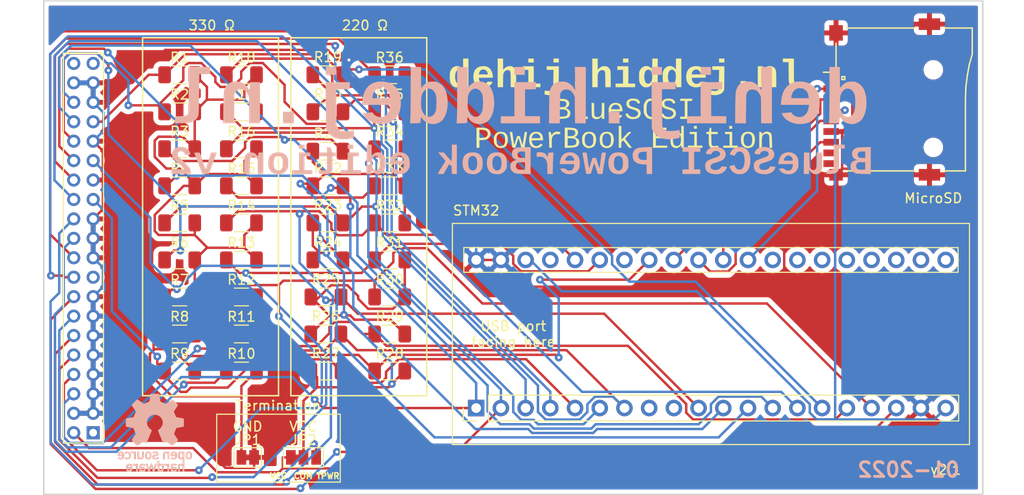
<source format=kicad_pcb>
(kicad_pcb (version 20210126) (generator pcbnew)
  (layers (0 "F.Cu" signal) (31 "B.Cu" signal) (34 "B.Paste" user) (35 "F.Paste" user) (36 "B.SilkS" user "B.Silkscreen") (37 "F.SilkS" user "F.Silkscreen") (38 "B.Mask" user) (39 "F.Mask" user) (44 "Edge.Cuts" user))
  (net 0 "")
  (net 1 "/SD_MOSI")
  (net 2 "/SD_CS")
  (net 3 "Net-(J1-Pad1)")
  (net 4 "+3V3")
  (net 5 "/SD_CLK")
  (net 6 "GND")
  (net 7 "Net-(J1-Pad8)")
  (net 8 "/SD_MISO")
  (net 9 "Net-(J1-Pad9)")
  (net 10 "Net-(J2-Pad40)")
  (net 11 "Net-(J2-Pad39)")
  (net 12 "/SCSI_REQ")
  (net 13 "/SCSI_CD")
  (net 14 "/SCSI_IO")
  (net 15 "/SCSI_SEL")
  (net 16 "/SCSI_MSG")
  (net 17 "/SCSI_RST")
  (net 18 "/SCSI_ACK")
  (net 19 "/SCSI_BSY")
  (net 20 "/SCSI_ATN")
  (net 21 "/TERM_PWR")
  (net 22 "/SCSI_DBP")
  (net 23 "/SCSI_DAT7")
  (net 24 "/SCSI_DAT6")
  (net 25 "Net-(J2-Pad17)")
  (net 26 "/SCSI_DAT5")
  (net 27 "/SCSI_DAT4")
  (net 28 "/SCSI_DAT3")
  (net 29 "/SCSI_DAT2")
  (net 30 "/SCSI_DAT1")
  (net 31 "/SCSI_DAT0")
  (net 32 "VCC")
  (net 33 "Net-(J2-Pad1)")
  (net 34 "Net-(JP1-Pad1)")
  (net 35 "Net-(JP2-Pad2)")
  (net 36 "Net-(U1-Pad21)")
  (net 37 "Net-(U1-Pad22)")
  (net 38 "Net-(U1-Pad23)")
  (net 39 "Net-(U1-Pad24)")
  (net 40 "Net-(U1-Pad25)")
  (net 41 "Net-(U1-Pad26)")
  (net 42 "Net-(U1-Pad27)")
  (net 43 "Net-(U1-Pad28)")
  (net 44 "Net-(U1-Pad9)")
  (net 45 "Net-(U1-Pad8)")
  (net 46 "Net-(U1-Pad34)")
  (net 47 "Net-(U1-Pad37)")
  (footprint "Other footprints:Conn_uSDcard" (layer "F.Cu") (at 165.1 86.36 90)
    (fp_text reference "J1")
    (fp_text value "Micro_SD_Card")
  )
  (footprint "Jumper:SolderJumper-2_P1.3mm_Bridged_Pad1.0x1.5mm" (layer "F.Cu") (at 94.63 123.19)
    (fp_text reference "JP1")
    (fp_text value "TERM_ENABLE_GND")
  )
  (footprint "Jumper:SolderJumper-3_P1.3mm_Bridged12_Pad1.0x1.5mm_NumberLabels" (layer "F.Cu") (at 100.36 123.19)
    (fp_text reference "JP2")
    (fp_text value "TERM_VCC_ENABLE")
  )
  (footprint "Resistor_SMD:R_1206_3216Metric_Pad1.30x1.75mm_HandSolder" (layer "F.Cu") (at 87.63 83.82 180)
    (fp_text reference "R1")
    (fp_text value "R")
  )
  (footprint "Resistor_SMD:R_1206_3216Metric_Pad1.30x1.75mm_HandSolder" (layer "F.Cu") (at 87.63 87.63 180)
    (fp_text reference "R2")
    (fp_text value "R")
  )
  (footprint "Resistor_SMD:R_1206_3216Metric_Pad1.30x1.75mm_HandSolder" (layer "F.Cu") (at 87.63 91.44 180)
    (fp_text reference "R3")
    (fp_text value "R")
  )
  (footprint "Resistor_SMD:R_1206_3216Metric_Pad1.30x1.75mm_HandSolder" (layer "F.Cu") (at 87.63 95.25 180)
    (fp_text reference "R4")
    (fp_text value "R")
  )
  (footprint "Resistor_SMD:R_1206_3216Metric_Pad1.30x1.75mm_HandSolder" (layer "F.Cu") (at 87.63 99.06 180)
    (fp_text reference "R5")
    (fp_text value "R")
  )
  (footprint "Resistor_SMD:R_1206_3216Metric_Pad1.30x1.75mm_HandSolder" (layer "F.Cu") (at 87.63 102.87 180)
    (fp_text reference "R6")
    (fp_text value "R")
  )
  (footprint "Resistor_SMD:R_1206_3216Metric_Pad1.30x1.75mm_HandSolder" (layer "F.Cu") (at 87.63 110.49 180)
    (fp_text reference "R8")
    (fp_text value "R")
  )
  (footprint "Resistor_SMD:R_1206_3216Metric_Pad1.30x1.75mm_HandSolder" (layer "F.Cu") (at 87.63 114.3 180)
    (fp_text reference "R9")
    (fp_text value "R")
  )
  (footprint "Resistor_SMD:R_1206_3216Metric_Pad1.30x1.75mm_HandSolder" (layer "F.Cu") (at 93.98 114.3 180)
    (fp_text reference "R10")
    (fp_text value "R")
  )
  (footprint "Resistor_SMD:R_1206_3216Metric_Pad1.30x1.75mm_HandSolder" (layer "F.Cu") (at 93.98 110.49 180)
    (fp_text reference "R11")
    (fp_text value "R")
  )
  (footprint "Resistor_SMD:R_1206_3216Metric_Pad1.30x1.75mm_HandSolder" (layer "F.Cu") (at 93.98 106.68 180)
    (fp_text reference "R12")
    (fp_text value "R")
  )
  (footprint "Resistor_SMD:R_1206_3216Metric_Pad1.30x1.75mm_HandSolder" (layer "F.Cu") (at 93.98 102.87 180)
    (fp_text reference "R13")
    (fp_text value "R")
  )
  (footprint "Resistor_SMD:R_1206_3216Metric_Pad1.30x1.75mm_HandSolder" (layer "F.Cu") (at 93.98 99.06 180)
    (fp_text reference "R14")
    (fp_text value "R")
  )
  (footprint "Resistor_SMD:R_1206_3216Metric_Pad1.30x1.75mm_HandSolder" (layer "F.Cu") (at 93.98 95.25 180)
    (fp_text reference "R15")
    (fp_text value "R")
  )
  (footprint "Resistor_SMD:R_1206_3216Metric_Pad1.30x1.75mm_HandSolder" (layer "F.Cu") (at 93.98 91.44 180)
    (fp_text reference "R16")
    (fp_text value "R")
  )
  (footprint "Resistor_SMD:R_1206_3216Metric_Pad1.30x1.75mm_HandSolder" (layer "F.Cu") (at 93.98 87.63 180)
    (fp_text reference "R17")
    (fp_text value "R")
  )
  (footprint "Resistor_SMD:R_1206_3216Metric_Pad1.30x1.75mm_HandSolder" (layer "F.Cu") (at 93.98 83.82 180)
    (fp_text reference "R18")
    (fp_text value "R")
  )
  (footprint "Resistor_SMD:R_1206_3216Metric_Pad1.30x1.75mm_HandSolder" (layer "F.Cu") (at 102.87 83.82)
    (fp_text reference "R19")
    (fp_text value "R")
  )
  (footprint "Resistor_SMD:R_1206_3216Metric_Pad1.30x1.75mm_HandSolder" (layer "F.Cu") (at 102.87 87.63)
    (fp_text reference "R20")
    (fp_text value "R")
  )
  (footprint "Resistor_SMD:R_1206_3216Metric_Pad1.30x1.75mm_HandSolder" (layer "F.Cu") (at 102.87 91.68)
    (fp_text reference "R21")
    (fp_text value "R")
  )
  (footprint "Resistor_SMD:R_1206_3216Metric_Pad1.30x1.75mm_HandSolder" (layer "F.Cu") (at 102.87 95.25)
    (fp_text reference "R22")
    (fp_text value "R")
  )
  (footprint "Resistor_SMD:R_1206_3216Metric_Pad1.30x1.75mm_HandSolder" (layer "F.Cu") (at 102.87 99.06)
    (fp_text reference "R23")
    (fp_text value "R")
  )
  (footprint "Resistor_SMD:R_1206_3216Metric_Pad1.30x1.75mm_HandSolder" (layer "F.Cu") (at 102.87 102.87)
    (fp_text reference "R24")
    (fp_text value "R")
  )
  (footprint "Resistor_SMD:R_1206_3216Metric_Pad1.30x1.75mm_HandSolder" (layer "F.Cu") (at 102.67 106.68)
    (fp_text reference "R25")
    (fp_text value "R")
  )
  (footprint "Resistor_SMD:R_1206_3216Metric_Pad1.30x1.75mm_HandSolder" (layer "F.Cu") (at 102.654 110.49)
    (fp_text reference "R26")
    (fp_text value "R")
  )
  (footprint "Resistor_SMD:R_1206_3216Metric_Pad1.30x1.75mm_HandSolder" (layer "F.Cu") (at 102.67 114.3)
    (fp_text reference "R27")
    (fp_text value "R")
  )
  (footprint "Resistor_SMD:R_1206_3216Metric_Pad1.30x1.75mm_HandSolder" (layer "F.Cu") (at 109.22 114.3 180)
    (fp_text reference "R28")
    (fp_text value "R")
  )
  (footprint "Resistor_SMD:R_1206_3216Metric_Pad1.30x1.75mm_HandSolder" (layer "F.Cu") (at 109.22 110.49 180)
    (fp_text reference "R29")
    (fp_text value "R")
  )
  (footprint "Resistor_SMD:R_1206_3216Metric_Pad1.30x1.75mm_HandSolder" (layer "F.Cu") (at 109.22 106.68 180)
    (fp_text reference "R30")
    (fp_text value "R")
  )
  (footprint "Resistor_SMD:R_1206_3216Metric_Pad1.30x1.75mm_HandSolder" (layer "F.Cu") (at 109.22 102.87 180)
    (fp_text reference "R31")
    (fp_text value "R")
  )
  (footprint "Resistor_SMD:R_1206_3216Metric_Pad1.30x1.75mm_HandSolder" (layer "F.Cu") (at 109.22 99.06 180)
    (fp_text reference "R32")
    (fp_text value "R")
  )
  (footprint "Resistor_SMD:R_1206_3216Metric_Pad1.30x1.75mm_HandSolder" (layer "F.Cu") (at 109.22 95.25 180)
    (fp_text reference "R33")
    (fp_text value "R")
  )
  (footprint "Resistor_SMD:R_1206_3216Metric_Pad1.30x1.75mm_HandSolder" (layer "F.Cu") (at 109.22 91.44 180)
    (fp_text reference "R34")
    (fp_text value "R")
  )
  (footprint "Resistor_SMD:R_1206_3216Metric_Pad1.30x1.75mm_HandSolder" (layer "F.Cu") (at 109.22 87.63 180)
    (fp_text reference "R35")
    (fp_text value "R")
  )
  (footprint "Resistor_SMD:R_1206_3216Metric_Pad1.30x1.75mm_HandSolder" (layer "F.Cu") (at 109.22 83.82 180)
    (fp_text reference "R36")
    (fp_text value "R")
  )
  (footprint "Footprints:YAAJ_BluePill_2" (layer "F.Cu") (at 118.11 118.11 90)
    (fp_text reference "U1" hide)
    (fp_text value "YAAJ_BluePill_Part_Like" hide)
  )
  (footprint "Resistor_SMD:R_1206_3216Metric_Pad1.30x1.75mm_HandSolder" (layer "F.Cu") (at 87.63 106.68 180)
    (fp_text reference "R7")
    (fp_text value "R")
  )
  (footprint "Other footprints:PBlogo2" (layer "F.Cu") (at 133.35 87.63)
    (fp_text reference "G2" hide)
    (fp_text value "LOGO" hide)
  )
  (footprint "Connector_PinSocket_2.00mm:PinSocket_2x20_P2.00mm_Vertical" (layer "B.Cu") (at 78.74 120.65)
    (fp_text reference "J2" hide)
    (fp_text value "Conn_02x20_Odd_Even")
  )
  (footprint "Other footprints:Backsilkscreen" (layer "B.Cu") (at 123.19 102.87 180)
    (fp_text reference "G1" hide)
    (fp_text value "LOGO" hide)
  )
  (footprint "Symbol:OSHW-Logo_7.5x8mm_SilkScreen" (layer "B.Cu") (at 85.09 120.65 180)
    (fp_text reference "REF**" hide)
    (fp_text value "OSHW-Logo_7.5x8mm_SilkScreen" hide)
  )
  (gr_line (start 83.82 116.84) (end 83.82 80.01) (layer "F.SilkS") (width 0.15))
  (gr_line (start 99.06 116.84) (end 99.06 80.01) (layer "F.SilkS") (width 0.15))
  (gr_line (start 91.44 125.73) (end 91.44 118.745) (layer "F.SilkS") (width 0.12))
  (gr_line (start 113.03 80.01) (end 113.03 116.84) (layer "F.SilkS") (width 0.15))
  (gr_line (start 91.44 118.745) (end 104.14 118.745) (layer "F.SilkS") (width 0.12))
  (gr_line (start 113.03 116.84) (end 99.06 116.84) (layer "F.SilkS") (width 0.15))
  (gr_line (start 104.14 118.745) (end 104.14 125.73) (layer "F.SilkS") (width 0.12))
  (gr_line (start 97.79 80.01) (end 97.79 116.84) (layer "F.SilkS") (width 0.15))
  (gr_line (start 104.14 125.73) (end 91.44 125.73) (layer "F.SilkS") (width 0.12))
  (gr_line (start 97.79 116.84) (end 83.82 116.84) (layer "F.SilkS") (width 0.15))
  (gr_line (start 83.82 80.01) (end 97.79 80.01) (layer "F.SilkS") (width 0.15))
  (gr_line (start 99.06 80.01) (end 113.03 80.01) (layer "F.SilkS") (width 0.15))
  (gr_line (start 170.18 127) (end 73.66 127) (layer "Edge.Cuts") (width 0.15))
  (gr_line (start 73.66 76.2) (end 170.18 76.2) (layer "Edge.Cuts") (width 0.15))
  (gr_line (start 73.66 127) (end 73.66 76.2) (layer "Edge.Cuts") (width 0.15))
  (gr_line (start 170.18 76.2) (end 170.18 127) (layer "Edge.Cuts") (width 0.15))
  (gr_text "01-2022" (at 162.56 124.46) (layer "B.SilkS") (effects (font (size 1.5 1.5) (thickness 0.3)) (justify mirror)))
  (gr_text "220 Ω" (at 106.68 78.74) (layer "F.SilkS") (effects (font (size 1 1))))
  (gr_text "VCC" (at 100.33 120.015) (layer "F.SilkS") (effects (font (size 1 1))))
  (gr_text "COM" (at 100.33 125.095) (layer "F.SilkS") (effects (font (size 0.6 0.6))))
  (gr_text "MicroSD" (at 165.1 96.52) (layer "F.SilkS") (effects (font (size 1 1))))
  (gr_text "STM32\n" (at 118.11 97.79) (layer "F.SilkS") (effects (font (size 1 1))))
  (gr_text "USB port\nfacing here" (at 121.92 110.49) (layer "F.SilkS") (effects (font (size 1 1))))
  (gr_text "GND" (at 94.615 120.015) (layer "F.SilkS") (effects (font (size 1 1))))
  (gr_text "v2.1\n" (at 166.37 124.46) (layer "F.SilkS") (effects (font (size 1 1))))
  (gr_text "TPWR" (at 102.87 125.095) (layer "F.SilkS") (effects (font (size 0.6 0.6))))
  (gr_text "VCC" (at 97.79 125.095) (layer "F.SilkS") (effects (font (size 0.6 0.6))))
  (gr_text "Termination" (at 97.79 117.856) (layer "F.SilkS") (effects (font (size 1 1))))
  (gr_text "330 Ω" (at 90.932 78.74) (layer "F.SilkS") (effects (font (size 1 1))))
  (segment (start 153.4747 86.36) (end 153.4747 87.8253) (width 0.25) (layer "F.Cu") (net 1))
  (segment (start 154.6 86.36) (end 153.4747 86.36) (width 0.25) (layer "F.Cu") (net 1))
  (segment (start 153.4747 87.8253) (end 138.43 102.87) (width 0.25) (layer "F.Cu") (net 1))
  (segment (start 154.6 85.26) (end 153.4747 85.26) (width 0.25) (layer "F.Cu") (net 2))
  (segment (start 153.4747 85.26) (end 153.1547 85.26) (width 0.25) (layer "F.Cu") (net 2))
  (via (at 153.1547 85.26) (size 0.8) (layers "F.Cu" "B.Cu") (net 2))
  (segment (start 146.05 102.87) (end 153.1547 95.7653) (width 0.25) (layer "B.Cu") (net 2))
  (segment (start 153.1547 95.7653) (end 153.1547 85.26) (width 0.25) (layer "B.Cu") (net 2))
  (segment (start 155.7253 87.46) (end 156.0134 87.46) (width 0.25) (layer "F.Cu") (net 4))
  (segment (start 154.6 87.46) (end 155.7253 87.46) (width 0.25) (layer "F.Cu") (net 4))
  (via (at 156.0134 87.46) (size 0.8) (layers "F.Cu" "B.Cu") (net 4))
  (segment (start 153.0971 119.2873) (end 152.4 118.5902) (width 0.25) (layer "B.Cu") (net 4))
  (segment (start 123.661 102.87) (end 123.19 102.87) (width 0.25) (layer "B.Cu") (net 4))
  (segment (start 126.8951 106.1041) (end 123.661 102.87) (width 0.25) (layer "B.Cu") (net 4))
  (segment (start 165.1927 119.2873) (end 155.0071 119.2873) (width 0.25) (layer "B.Cu") (net 4))
  (segment (start 166.37 118.11) (end 165.1927 119.2873) (width 0.25) (layer "B.Cu") (net 4))
  (segment (start 155.0071 119.2873) (end 153.0971 119.2873) (width 0.25) (layer "B.Cu") (net 4))
  (segment (start 140.7898 106.1041) (end 126.8951 106.1041) (width 0.25) (layer "B.Cu") (net 4))
  (segment (start 155.0071 88.4663) (end 156.0134 87.46) (width 0.25) (layer "B.Cu") (net 4))
  (segment (start 155.0071 119.2873) (end 155.0071 88.4663) (width 0.25) (layer "B.Cu") (net 4))
  (segment (start 152.4 117.7143) (end 140.7898 106.1041) (width 0.25) (layer "B.Cu") (net 4))
  (segment (start 152.4 118.5902) (end 152.4 117.7143) (width 0.25) (layer "B.Cu") (net 4))
  (segment (start 143.51 98.5247) (end 143.51 102.87) (width 0.25) (layer "F.Cu") (net 5))
  (segment (start 153.4747 88.56) (end 143.51 98.5247) (width 0.25) (layer "F.Cu") (net 5))
  (segment (start 154.6 88.56) (end 153.4747 88.56) (width 0.25) (layer "F.Cu") (net 5))
  (segment (start 103.8569 82.2962) (end 105.029 82.2962) (width 0.25) (layer "F.Cu") (net 6))
  (segment (start 164.7 78.61) (end 163.2747 78.61) (width 0.25) (layer "F.Cu") (net 6))
  (segment (start 155.7253 93.4847) (end 155.1 94.11) (width 0.25) (layer "F.Cu") (net 6))
  (segment (start 102.8192 81.2585) (end 103.8569 82.2962) (width 0.25) (layer "F.Cu") (net 6))
  (segment (start 78.74 90.65) (end 79.7403 91.6503) (width 0.25) (layer "F.Cu") (net 6))
  (segment (start 92.3157 124.2653) (end 86.7004 118.65) (width 0.25) (layer "F.Cu") (net 6))
  (segment (start 155.7253 89.66) (end 155.7253 93.4847) (width 0.25) (layer "F.Cu") (net 6))
  (segment (start 148.2003 105.6257) (end 149.773 104.053) (width 0.25) (layer "F.Cu") (net 6))
  (segment (start 120.65 102.87) (end 123.4057 105.6257) (width 0.25) (layer "F.Cu") (net 6))
  (segment (start 95.28 123.19) (end 95.28 124.2653) (width 0.25) (layer "F.Cu") (net 6))
  (segment (start 156.772 79.51) (end 162.3747 79.51) (width 0.25) (layer "F.Cu") (net 6))
  (segment (start 123.4057 105.6257) (end 148.2003 105.6257) (width 0.25) (layer "F.Cu") (net 6))
  (segment (start 155.1 79.51) (end 155.6127 79.51) (width 0.25) (layer "F.Cu") (net 6))
  (segment (start 76.74 84.65) (end 78.74 84.65) (width 0.25) (layer "F.Cu") (net 6))
  (segment (start 86.7004 118.65) (end 79.7403 118.65) (width 0.25) (layer "F.Cu") (net 6))
  (segment (start 82.7548 84.65) (end 86.1463 81.2585) (width 0.25) (layer "F.Cu") (net 6))
  (segment (start 79.7403 97.6497) (end 79.7403 94.65) (width 0.25) (layer "F.Cu") (net 6))
  (segment (start 149.773 104.053) (end 163.83 118.11) (width 0.25) (layer "F.Cu") (net 6))
  (segment (start 155.6127 79.51) (end 156.772 79.51) (width 0.25) (layer "F.Cu") (net 6))
  (segment (start 79.7403 91.6503) (end 79.7403 94.65) (width 0.25) (layer "F.Cu") (net 6))
  (segment (start 164.7 94.11) (end 163.2747 94.11) (width 0.25) (layer "F.Cu") (net 6))
  (segment (start 162.6494 93.4847) (end 163.2747 94.11) (width 0.25) (layer "F.Cu") (net 6))
  (segment (start 86.1463 81.2585) (end 102.8192 81.2585) (width 0.25) (layer "F.Cu") (net 6))
  (segment (start 162.3747 79.51) (end 163.2747 78.61) (width 0.25) (layer "F.Cu") (net 6))
  (segment (start 154.6 89.66) (end 155.7253 89.66) (width 0.25) (layer "F.Cu") (net 6))
  (segment (start 155.1 95.0353) (end 149.773 100.3623) (width 0.25) (layer "F.Cu") (net 6))
  (segment (start 120.65 102.87) (end 118.11 102.87) (width 0.25) (layer "F.Cu") (net 6))
  (segment (start 78.74 94.65) (end 79.7403 94.65) (width 0.25) (layer "F.Cu") (net 6))
  (segment (start 149.773 100.3623) (end 149.773 104.053) (width 0.25) (layer "F.Cu") (net 6))
  (segment (start 155.7253 89.66) (end 156.772 88.6133) (width 0.25) (layer "F.Cu") (net 6))
  (segment (start 78.74 98.65) (end 79.7403 97.6497) (width 0.25) (layer "F.Cu") (net 6))
  (segment (start 155.7253 93.4847) (end 162.6494 93.4847) (width 0.25) (layer "F.Cu") (net 6))
  (segment (start 156.772 88.6133) (end 156.772 79.51) (width 0.25) (layer "F.Cu") (net 6))
  (segment (start 78.74 84.65) (end 82.7548 84.65) (width 0.25) (layer "F.Cu") (net 6))
  (segment (start 78.74 118.65) (end 79.7403 118.65) (width 0.25) (layer "F.Cu") (net 6))
  (segment (start 76.74 118.65) (end 78.74 118.65) (width 0.25) (layer "F.Cu") (net 6))
  (segment (start 155.1 94.11) (end 155.1 95.0353) (width 0.25) (layer "F.Cu") (net 6))
  (segment (start 95.28 124.2653) (end 92.3157 124.2653) (width 0.25) (layer "F.Cu") (net 6))
  (via (at 105.029 82.2962) (size 0.8) (layers "F.Cu" "B.Cu") (net 6))
  (segment (start 105.029 83.3043) (end 106.1676 84.4429) (width 0.25) (layer "B.Cu") (net 6))
  (segment (start 78.74 90.65) (end 79.7961 89.5939) (width 0.25) (layer "B.Cu") (net 6))
  (segment (start 79.743 103.653) (end 79.743 105.647) (width 0.25) (layer "B.Cu") (net 6))
  (segment (start 78.74 102.65) (end 79.743 103.653) (width 0.25) (layer "B.Cu") (net 6))
  (segment (start 78.74 110.65) (end 78.74 108.65) (width 0.25) (layer "B.Cu") (net 6))
  (segment (start 78.74 100.65) (end 78.74 98.65) (width 0.25) (layer "B.Cu") (net 6))
  (segment (start 78.74 84.65) (end 78.74 86.65) (width 0.25) (layer "B.Cu") (net 6))
  (segment (start 78.74 108.65) (end 78.74 106.65) (width 0.25) (layer "B.Cu") (net 6))
  (segment (start 105.029 82.2962) (end 105.029 83.3043) (width 0.25) (layer "B.Cu") (net 6))
  (segment (start 78.74 102.65) (end 78.74 100.65) (width 0.25) (layer "B.Cu") (net 6))
  (segment (start 78.74 112.65) (end 78.74 110.65) (width 0.25) (layer "B.Cu") (net 6))
  (segment (start 79.7961 89.5939) (end 79.7961 87.7061) (width 0.25) (layer "B.Cu") (net 6))
  (segment (start 78.74 114.65) (end 78.74 112.65) (width 0.25) (layer "B.Cu") (net 6))
  (segment (start 118.11 93.6993) (end 118.11 102.87) (width 0.25) (layer "B.Cu") (net 6))
  (segment (start 106.1676 84.4429) (end 108.8536 84.4429) (width 0.25) (layer "B.Cu") (net 6))
  (segment (start 108.8536 84.4429) (end 118.11 93.6993) (width 0.25) (layer "B.Cu") (net 6))
  (segment (start 79.743 105.647) (end 78.74 106.65) (width 0.25) (layer "B.Cu") (net 6))
  (segment (start 78.74 118.65) (end 78.74 116.65) (width 0.25) (layer "B.Cu") (net 6))
  (segment (start 79.7961 87.7061) (end 78.74 86.65) (width 0.25) (layer "B.Cu") (net 6))
  (segment (start 78.74 116.65) (end 78.74 114.65) (width 0.25) (layer "B.Cu") (net 6))
  (segment (start 142.1709 104.0709) (end 140.97 102.87) (width 0.25) (layer "F.Cu") (net 8))
  (segment (start 144.78 103.2907) (end 143.9998 104.0709) (width 0.25) (layer "F.Cu") (net 8))
  (segment (start 153.4747 90.76) (end 144.78 99.4547) (width 0.25) (layer "F.Cu") (net 8))
  (segment (start 154.6 90.76) (end 153.4747 90.76) (width 0.25) (layer "F.Cu") (net 8))
  (segment (start 144.78 99.4547) (end 144.78 103.2907) (width 0.25) (layer "F.Cu") (net 8))
  (segment (start 143.9998 104.0709) (end 142.1709 104.0709) (width 0.25) (layer "F.Cu") (net 8))
  (segment (start 93.959 83.4927) (end 93.959 84.1798) (width 0.25) (layer "F.Cu") (net 12))
  (segment (start 94.8422 82.6095) (end 93.959 83.4927) (width 0.25) (layer "F.Cu") (net 12))
  (segment (start 88.4736 82.6141) (end 88.0046 83.0831) (width 0.25) (layer "F.Cu") (net 12))
  (segment (start 93.0686 85.0702) (end 91.8115 85.0702) (width 0.25) (layer "F.Cu") (net 12))
  (segment (start 105.6636 86.3864) (end 108.3581 86.3864) (width 0.25) (layer "F.Cu") (net 12))
  (segment (start 109.5648 87.5931) (end 109.5648 88.6577) (width 0.25) (layer "F.Cu") (net 12))
  (segment (start 108.3581 86.3864) (end 109.5648 87.5931) (width 0.25) (layer "F.Cu") (net 12))
  (segment (start 103.1847 88.8653) (end 100.6772 88.8653) (width 0.25) (layer "F.Cu") (net 12))
  (segment (start 98.415 84.8559) (end 96.1686 82.6095) (width 0.25) (layer "F.Cu") (net 12))
  (segment (start 100.6772 88.8653) (end 98.415 86.6031) (width 0.25) (layer "F.Cu") (net 12))
  (segment (start 89.8668 82.6141) (end 88.4736 82.6141) (width 0.25) (layer "F.Cu") (net 12))
  (segment (start 85.4138 86.9638) (end 82.3563 86.9638) (width 0.25) (layer "F.Cu") (net 12))
  (segment (start 96.1686 82.6095) (end 94.8422 82.6095) (width 0.25) (layer "F.Cu") (net 12))
  (segment (start 88.0046 84.373) (end 85.4138 86.9638) (width 0.25) (layer "F.Cu") (net 12))
  (segment (start 91.3003 84.0476) (end 89.8668 82.6141) (width 0.25) (layer "F.Cu") (net 12))
  (segment (start 91.3003 84.559) (end 91.3003 84.0476) (width 0.25) (layer "F.Cu") (net 12))
  (segment (start 91.8115 85.0702) (end 91.3003 84.559) (width 0.25) (layer "F.Cu") (net 12))
  (segment (start 104.42 87.63) (end 103.1847 88.8653) (width 0.25) (layer "F.Cu") (net 12))
  (segment (start 93.959 84.1798) (end 93.0686 85.0702) (width 0.25) (layer "F.Cu") (net 12))
  (segment (start 88.0046 83.0831) (end 88.0046 84.373) (width 0.25) (layer "F.Cu") (net 12))
  (segment (start 98.415 86.6031) (end 98.415 84.8559) (width 0.25) (layer "F.Cu") (net 12))
  (segment (start 104.42 87.63) (end 105.6636 86.3864) (width 0.25) (layer "F.Cu") (net 12))
  (segment (start 86.08 87.63) (end 85.4138 86.9638) (width 0.25) (layer "F.Cu") (net 12))
  (via (at 109.5648 88.6577) (size 0.8) (layers "F.Cu" "B.Cu") (net 12))
  (via (at 82.3563 86.9638) (size 0.8) (layers "F.Cu" "B.Cu") (net 12))
  (segment (start 82.3563 84.3988) (end 80.6034 82.6459) (width 0.25) (layer "B.Cu") (net 12))
  (segment (start 82.3563 86.9638) (end 82.3563 84.3988) (width 0.25) (layer "B.Cu") (net 12))
  (segment (start 109.8891 88.982) (end 109.5648 88.6577) (width 0.25) (layer "B.Cu") (net 12))
  (segment (start 149.4645 116.4445) (end 128.9872 116.4445) (width 0.25) (layer "B.Cu") (net 12))
  (segment (start 80.1807 82.6459) (end 79.1511 81.6163) (width 0.25) (layer "B.Cu") (net 12))
  (segment (start 76.3519 81.6163) (end 75.6799 82.2883) (width 0.25) (layer "B.Cu") (net 12))
  (segment (start 75.6799 82.2883) (end 75.6799 85.5899) (width 0.25) (layer "B.Cu") (net 12))
  (segment (start 79.1511 81.6163) (end 76.3519 81.6163) (width 0.25) (layer "B.Cu") (net 12))
  (segment (start 109.8891 97.3464) (end 109.8891 88.982) (width 0.25) (layer "B.Cu") (net 12))
  (segment (start 80.6034 82.6459) (end 80.1807 82.6459) (width 0.25) (layer "B.Cu") (net 12))
  (segment (start 75.6799 85.5899) (end 76.74 86.65) (width 0.25) (layer "B.Cu") (net 12))
  (segment (start 128.9872 116.4445) (end 109.8891 97.3464) (width 0.25) (layer "B.Cu") (net 12))
  (segment (start 151.13 118.11) (end 149.4645 116.4445) (width 0.25) (layer "B.Cu") (net 12))
  (segment (start 94.8718 90.2274) (end 98.2112 90.2274) (width 0.25) (layer "F.Cu") (net 13))
  (segment (start 98.4251 90.4413) (end 103.1813 90.4413) (width 0.25) (layer "F.Cu") (net 13))
  (segment (start 98.2112 90.2274) (end 98.4251 90.4413) (width 0.25) (layer "F.Cu") (net 13))
  (segment (start 94.3546 90.7446) (end 94.8718 90.2274) (width 0.25) (layer "F.Cu") (net 13))
  (segment (start 93.0244 92.6856) (end 94.3546 91.3554) (width 0.25) (layer "F.Cu") (net 13))
  (segment (start 103.1813 90.4413) (end 104.42 91.68) (width 0.25) (layer "F.Cu") (net 13))
  (segment (start 87.3256 92.6856) (end 93.0244 92.6856) (width 0.25) (layer "F.Cu") (net 13))
  (segment (start 86.08 91.44) (end 87.3256 92.6856) (width 0.25) (layer "F.Cu") (net 13))
  (segment (start 98.4251 90.4413) (end 98.4251 90.5164) (width 0.25) (layer "F.Cu") (net 13))
  (segment (start 94.3546 91.3554) (end 94.3546 90.7446) (width 0.25) (layer "F.Cu") (net 13))
  (via (at 98.4251 90.5164) (size 0.8) (layers "F.Cu" "B.Cu") (net 13))
  (segment (start 105.8993 102.4155) (end 105.8993 97.0061) (width 0.25) (layer "B.Cu") (net 13))
  (segment (start 76.4835 80.8089) (end 88.7176 80.8089) (width 0.25) (layer "B.Cu") (net 13))
  (segment (start 143.0211 116.9346) (end 142.24 117.7157) (width 0.25) (layer "B.Cu") (net 13))
  (segment (start 105.8993 97.0061) (end 99.4096 90.5164) (width 0.25) (layer "B.Cu") (net 13))
  (segment (start 129.948 120.2266) (end 124.0481 120.2266) (width 0.25) (layer "B.Cu") (net 13))
  (segment (start 120.6069 119.7763) (end 119.2854 118.4548) (width 0.25) (layer "B.Cu") (net 13))
  (segment (start 119.2854 115.8016) (end 105.8993 102.4155) (width 0.25) (layer "B.Cu") (net 13))
  (segment (start 147.4146 116.9346) (end 143.0211 116.9346) (width 0.25) (layer "B.Cu") (net 13))
  (segment (start 99.4096 90.5164) (end 98.4251 90.5164) (width 0.25) (layer "B.Cu") (net 13))
  (segment (start 140.973 119.7763) (end 130.3983 119.7763) (width 0.25) (layer "B.Cu") (net 13))
  (segment (start 119.2854 118.4548) (end 119.2854 115.8016) (width 0.25) (layer "B.Cu") (net 13))
  (segment (start 142.24 117.7157) (end 142.24 118.5093) (width 0.25) (layer "B.Cu") (net 13))
  (segment (start 148.59 118.11) (end 147.4146 116.9346) (width 0.25) (layer "B.Cu") (net 13))
  (segment (start 75.2295 82.0629) (end 76.4835 80.8089) (width 0.25) (layer "B.Cu") (net 13))
  (segment (start 130.3983 119.7763) (end 129.948 120.2266) (width 0.25) (layer "B.Cu") (net 13))
  (segment (start 76.74 88.65) (end 75.2295 87.1395) (width 0.25) (layer "B.Cu") (net 13))
  (segment (start 142.24 118.5093) (end 140.973 119.7763) (width 0.25) (layer "B.Cu") (net 13))
  (segment (start 75.2295 87.1395) (end 75.2295 82.0629) (width 0.25) (layer "B.Cu") (net 13))
  (segment (start 123.5978 119.7763) (end 120.6069 119.7763) (width 0.25) (layer "B.Cu") (net 13))
  (segment (start 124.0481 120.2266) (end 123.5978 119.7763) (width 0.25) (layer "B.Cu") (net 13))
  (segment (start 88.7176 80.8089) (end 98.4251 90.5164) (width 0.25) (layer "B.Cu") (net 13))
  (segment (start 104.42 83.268) (end 106.0606 83.268) (width 0.25) (layer "F.Cu") (net 14))
  (segment (start 88.1911 81.7089) (end 102.3318 81.7089) (width 0.25) (layer "F.Cu") (net 14))
  (segment (start 84.4453 83.82) (end 79.7403 88.525) (width 0.25) (layer "F.Cu") (net 14))
  (segment (start 78.74 88.65) (end 79.7403 88.65) (width 0.25) (layer "F.Cu") (net 14))
  (segment (start 79.7403 88.525) (end 79.7403 88.65) (width 0.25) (layer "F.Cu") (net 14))
  (segment (start 104.42 83.82) (end 104.42 83.268) (width 0.25) (layer "F.Cu") (net 14))
  (segment (start 102.3318 81.7089) (end 103.8909 83.268) (width 0.25) (layer "F.Cu") (net 14))
  (segment (start 103.8909 83.268) (end 104.42 83.268) (width 0.25) (layer "F.Cu") (net 14))
  (segment (start 86.08 83.82) (end 88.1911 81.7089) (width 0.25) (layer "F.Cu") (net 14))
  (segment (start 86.08 83.82) (end 84.4453 83.82) (width 0.25) (layer "F.Cu") (net 14))
  (via (at 106.0606 83.268) (size 0.8) (layers "F.Cu" "B.Cu") (net 14))
  (segment (start 112.9137 83.268) (end 106.0606 83.268) (width 0.25) (layer "B.Cu") (net 14))
  (segment (start 133.864 105.1062) (end 132.08 103.3222) (width 0.25) (layer "B.Cu") (net 14))
  (segment (start 140.6662 105.1062) (end 133.864 105.1062) (width 0.25) (layer "B.Cu") (net 14))
  (segment (start 153.67 118.11) (end 140.6662 105.1062) (width 0.25) (layer "B.Cu") (net 14))
  (segment (start 132.08 102.4343) (end 112.9137 83.268) (width 0.25) (layer "B.Cu") (net 14))
  (segment (start 132.08 103.3222) (end 132.08 102.4343) (width 0.25) (layer "B.Cu") (net 14))
  (segment (start 104.42 102.8356) (end 102.2765 100.6921) (width 0.25) (layer "F.Cu") (net 15))
  (segment (start 76.3008 81.6184) (end 75.7117 82.2075) (width 0.25) (layer "F.Cu") (net 15))
  (segment (start 80.3029 82.7923) (end 79.129 81.6184) (width 0.25) (layer "F.Cu") (net 15))
  (segment (start 87.0404 101.9096) (end 86.08 102.87) (width 0.25) (layer "F.Cu") (net 15))
  (segment (start 75.7117 82.2075) (end 75.7117 89.6217) (width 0.25) (layer "F.Cu") (net 15))
  (segment (start 75.7117 89.6217) (end 76.74 90.65) (width 0.25) (layer "F.Cu") (net 15))
  (segment (start 87.7032 101.9096) (end 87.0404 101.9096) (width 0.25) (layer "F.Cu") (net 15))
  (segment (start 104.42 102.87) (end 104.42 102.8356) (width 0.25) (layer "F.Cu") (net 15))
  (segment (start 102.2765 100.6921) (end 102.0624 100.6921) (width 0.25) (layer "F.Cu") (net 15))
  (segment (start 80.3029 83.3712) (end 80.3029 82.7923) (width 0.25) (layer "F.Cu") (net 15))
  (segment (start 79.129 81.6184) (end 76.3008 81.6184) (width 0.25) (layer "F.Cu") (net 15))
  (via (at 102.0624 100.6921) (size 0.8) (layers "F.Cu" "B.Cu") (net 15))
  (via (at 87.7032 101.9096) (size 0.8) (layers "F.Cu" "B.Cu") (net 15))
  (via (at 80.3029 83.3712) (size 0.8) (layers "F.Cu" "B.Cu") (net 15))
  (segment (start 113.8231 121.1272) (end 143.0328 121.1272) (width 0.25) (layer "B.Cu") (net 15))
  (segment (start 103.8371 107.5057) (end 103.764 107.5788) (width 0.25) (layer "B.Cu") (net 15))
  (segment (start 80.3029 83.3712) (end 80.3029 89.9563) (width 0.25) (layer "B.Cu") (net 15))
  (segment (start 103.764 107.5788) (end 103.764 111.0681) (width 0.25) (layer "B.Cu") (net 15))
  (segment (start 101.9758 100.7787) (end 101.9758 103.0008) (width 0.25) (layer "B.Cu") (net 15))
  (segment (start 101.9758 103.0008) (end 103.8371 104.8621) (width 0.25) (layer "B.Cu") (net 15))
  (segment (start 102.0624 100.6921) (end 101.9758 100.7787) (width 0.25) (layer "B.Cu") (net 15))
  (segment (start 87.7032 97.3566) (end 87.7032 101.9096) (width 0.25) (layer "B.Cu") (net 15))
  (segment (start 80.3029 89.9563) (end 87.7032 97.3566) (width 0.25) (layer "B.Cu") (net 15))
  (segment (start 103.764 111.0681) (end 113.8231 121.1272) (width 0.25) (layer "B.Cu") (net 15))
  (segment (start 102.0624 100.6921) (end 102.0624 99.2048) (width 0.25) (layer "B.Cu") (net 15))
  (segment (start 100.2142 97.3566) (end 87.7032 97.3566) (width 0.25) (layer "B.Cu") (net 15))
  (segment (start 143.0328 121.1272) (end 146.05 118.11) (width 0.25) (layer "B.Cu") (net 15))
  (segment (start 102.0624 99.2048) (end 100.2142 97.3566) (width 0.25) (layer "B.Cu") (net 15))
  (segment (start 103.8371 104.8621) (end 103.8371 107.5057) (width 0.25) (layer "B.Cu") (net 15))
  (segment (start 75.2614 91.1714) (end 76.74 92.65) (width 0.25) (layer "F.Cu") (net 16))
  (segment (start 80.2418 81.5342) (end 79.8478 81.1402) (width 0.25) (layer "F.Cu") (net 16))
  (segment (start 86.264 95.25) (end 87.3053 94.2087) (width 0.25) (layer "F.Cu") (net 16))
  (segment (start 86.08 95.25) (end 86.264 95.25) (width 0.25) (layer "F.Cu") (net 16))
  (segment (start 76.1421 81.1402) (end 75.2614 82.0209) (width 0.25) (layer "F.Cu") (net 16))
  (segment (start 79.8478 81.1402) (end 76.1421 81.1402) (width 0.25) (layer "F.Cu") (net 16))
  (segment (start 103.1638 95.4567) (end 104.2133 95.4567) (width 0.25) (layer "F.Cu") (net 16))
  (segment (start 75.2614 82.0209) (end 75.2614 91.1714) (width 0.25) (layer "F.Cu") (net 16))
  (segment (start 104.2133 95.4567) (end 104.42 95.25) (width 0.25) (layer "F.Cu") (net 16))
  (via (at 80.2418 81.5342) (size 0.8) (layers "F.Cu" "B.Cu") (net 16))
  (via (at 103.1638 95.4567) (size 0.8) (layers "F.Cu" "B.Cu") (net 16))
  (via (at 87.3053 94.2087) (size 0.8) (layers "F.Cu" "B.Cu") (net 16))
  (segment (start 130.5424 120.2692) (end 141.3508 120.2692) (width 0.25) (layer "B.Cu") (net 16))
  (segment (start 102.3417 96.2788) (end 103.6281 97.5653) (width 0.25) (layer "B.Cu") (net 16))
  (segment (start 100.2715 94.2087) (end 87.3053 94.2087) (width 0.25) (layer "B.Cu") (net 16))
  (segment (start 102.3417 96.2788) (end 100.2715 94.2087) (width 0.25) (layer "B.Cu") (net 16))
  (segment (start 105.4801 107.7212) (end 118.0281 120.2692) (width 0.25) (layer "B.Cu") (net 16))
  (segment (start 103.6281 97.5653) (end 103.6281 102.4528) (width 0.25) (layer "B.Cu") (net 16))
  (segment (start 105.4801 104.3048) (end 105.4801 107.7212) (width 0.25) (layer "B.Cu") (net 16))
  (segment (start 123.4538 120.2692) (end 123.8615 120.6769) (width 0.25) (layer "B.Cu") (net 16))
  (segment (start 87.3053 94.2087) (end 87.3053 88.5977) (width 0.25) (layer "B.Cu") (net 16))
  (segment (start 118.0281 120.2692) (end 123.4538 120.2692) (width 0.25) (layer "B.Cu") (net 16))
  (segment (start 130.1347 120.6769) (end 130.5424 120.2692) (width 0.25) (layer "B.Cu") (net 16))
  (segment (start 87.3053 88.5977) (end 80.2418 81.5342) (width 0.25) (layer "B.Cu") (net 16))
  (segment (start 103.1638 95.4567) (end 102.3417 96.2788) (width 0.25) (layer "B.Cu") (net 16))
  (segment (start 123.8615 120.6769) (end 130.1347 120.6769) (width 0.25) (layer "B.Cu") (net 16))
  (segment (start 103.6281 102.4528) (end 105.4801 104.3048) (width 0.25) (layer "B.Cu") (net 16))
  (segment (start 141.3508 120.2692) (end 143.51 118.11) (width 0.25) (layer "B.Cu") (net 16))
  (segment (start 103.8814 107.0186) (end 104.22 106.68) (width 0.25) (layer "F.Cu") (net 17))
  (segment (start 86.08 106.68) (end 86.8747 105.8853) (width 0.25) (layer "F.Cu") (net 17))
  (segment (start 86.8747 105.8853) (end 87.3388 105.8853) (width 0.25) (layer "F.Cu") (net 17))
  (segment (start 105.9418 108.4018) (end 131.2618 108.4018) (width 0.25) (layer "F.Cu") (net 17))
  (segment (start 131.2618 108.4018) (end 140.97 118.11) (width 0.25) (layer "F.Cu") (net 17))
  (segment (start 104.22 106.68) (end 105.9418 108.4018) (width 0.25) (layer "F.Cu") (net 17))
  (segment (start 102.6615 107.0186) (end 103.8814 107.0186) (width 0.25) (layer "F.Cu") (net 17))
  (via (at 87.3388 105.8853) (size 0.8) (layers "F.Cu" "B.Cu") (net 17))
  (via (at 102.6615 107.0186) (size 0.8) (layers "F.Cu" "B.Cu") (net 17))
  (segment (start 87.3388 105.8853) (end 89.7486 103.4755) (width 0.25) (layer "B.Cu") (net 17))
  (segment (start 87.3388 105.8853) (end 84.6248 103.1713) (width 0.25) (layer "B.Cu") (net 17))
  (segment (start 99.1184 103.4755) (end 102.6615 107.0186) (width 0.25) (layer "B.Cu") (net 17))
  (segment (start 89.7486 103.4755) (end 99.1184 103.4755) (width 0.25) (layer "B.Cu") (net 17))
  (segment (start 84.6248 98.5348) (end 78.74 92.65) (width 0.25) (layer "B.Cu") (net 17))
  (segment (start 84.6248 103.1713) (end 84.6248 98.5348) (width 0.25) (layer "B.Cu") (net 17))
  (segment (start 88.3529 112.7629) (end 86.08 110.49) (width 0.25) (layer "F.Cu") (net 18))
  (segment (start 104.204 110.49) (end 102.5079 112.1861) (width 0.25) (layer "F.Cu") (net 18))
  (segment (start 74.8111 92.7211) (end 76.74 94.65) (width 0.25) (layer "F.Cu") (net 18))
  (segment (start 103.6253 80.8391) (end 103.4342 80.648) (width 0.25) (layer "F.Cu") (net 18))
  (segment (start 92.1271 112.7629) (end 88.3529 112.7629) (width 0.25) (layer "F.Cu") (net 18))
  (segment (start 74.8111 81.8343) (end 74.8111 92.7211) (width 0.25) (layer "F.Cu") (net 18))
  (segment (start 92.7039 112.1861) (end 92.1271 112.7629) (width 0.25) (layer "F.Cu") (net 18))
  (segment (start 102.5079 112.1861) (end 92.7039 112.1861) (width 0.25) (layer "F.Cu") (net 18))
  (segment (start 105.8702 112.1562) (end 104.204 110.49) (width 0.25) (layer "F.Cu") (net 18))
  (segment (start 133.35 118.11) (end 127.3962 112.1562) (width 0.25) (layer "F.Cu") (net 18))
  (segment (start 103.4342 80.648) (end 75.9974 80.648) (width 0.25) (layer "F.Cu") (net 18))
  (segment (start 127.3962 112.1562) (end 105.8702 112.1562) (width 0.25) (layer "F.Cu") (net 18))
  (segment (start 75.9974 80.648) (end 74.8111 81.8343) (width 0.25) (layer "F.Cu") (net 18))
  (via (at 103.6253 80.8391) (size 0.8) (layers "F.Cu" "B.Cu") (net 18))
  (segment (start 103.6253 84.2779) (end 103.6253 80.8391) (width 0.25) (layer "B.Cu") (net 18))
  (segment (start 108.971 91.503) (end 108.3864 90.9184) (width 0.25) (layer "B.Cu") (net 18))
  (segment (start 130.3211 116.9346) (end 129.54 117.7157) (width 0.25) (layer "B.Cu") (net 18))
  (segment (start 128.7625 119.298) (end 125.2441 119.298) (width 0.25) (layer "B.Cu") (net 18))
  (segment (start 108.3864 89.039) (end 103.6253 84.2779) (width 0.25) (layer "B.Cu") (net 18))
  (segment (start 125.2441 119.298) (end 124.46 118.5139) (width 0.25) (layer "B.Cu") (net 18))
  (segment (start 129.54 118.5205) (end 128.7625 119.298) (width 0.25) (layer "B.Cu") (net 18))
  (segment (start 124.46 118.5139) (end 124.46 115.7939) (width 0.25) (layer "B.Cu") (net 18))
  (segment (start 108.3864 90.9184) (end 108.3864 89.039) (width 0.25) (layer "B.Cu") (net 18))
  (segment (start 108.971 100.3049) (end 108.971 91.503) (width 0.25) (layer "B.Cu") (net 18))
  (segment (start 132.1746 116.9346) (end 130.3211 116.9346) (width 0.25) (layer "B.Cu") (net 18))
  (segment (start 133.35 118.11) (end 132.1746 116.9346) (width 0.25) (layer "B.Cu") (net 18))
  (segment (start 124.46 115.7939) (end 108.971 100.3049) (width 0.25) (layer "B.Cu") (net 18))
  (segment (start 129.54 117.7157) (end 129.54 118.5205) (width 0.25) (layer "B.Cu") (net 18))
  (segment (start 104.917 98.841) (end 106.3778 97.3802) (width 0.25) (layer "F.Cu") (net 19))
  (segment (start 104.42 98.841) (end 104.917 98.841) (width 0.25) (layer "F.Cu") (net 19))
  (segment (start 86.08 99.06) (end 87.769 97.371) (width 0.25) (layer "F.Cu") (net 19))
  (segment (start 106.3778 97.3802) (end 107.7954 97.3802) (width 0.25) (layer "F.Cu") (net 19))
  (segment (start 104.42 98.841) (end 104.42 99.06) (width 0.25) (layer "F.Cu") (net 19))
  (segment (start 87.769 97.371) (end 102.95 97.371) (width 0.25) (layer "F.Cu") (net 19))
  (segment (start 102.95 97.371) (end 104.42 98.841) (width 0.25) (layer "F.Cu") (net 19))
  (via (at 107.7954 97.3802) (size 0.8) (layers "F.Cu" "B.Cu") (net 19))
  (segment (start 107.8714 102.7914) (end 121.92 116.84) (width 0.25) (layer "B.Cu") (net 19))
  (segment (start 76.74 96.65) (end 74.7624 94.6724) (width 0.25) (layer "B.Cu") (net 19))
  (segment (start 122.732 119.3259) (end 124.0096 119.3259) (width 0.25) (layer "B.Cu") (net 19))
  (segment (start 124.0096 119.3259) (end 124.46 119.7763) (width 0.25) (layer "B.Cu") (net 19))
  (segment (start 95.5903 80.3585) (end 107.8714 92.6396) (width 0.25) (layer "B.Cu") (net 19))
  (segment (start 121.92 118.5139) (end 122.732 119.3259) (width 0.25) (layer "B.Cu") (net 19))
  (segment (start 107.8714 97.3802) (end 107.8714 102.7914) (width 0.25) (layer "B.Cu") (net 19))
  (segment (start 129.1437 119.7763) (end 130.81 118.11) (width 0.25) (layer "B.Cu") (net 19))
  (segment (start 107.7954 97.3802) (end 107.8714 97.3802) (width 0.25) (layer "B.Cu") (net 19))
  (segment (start 107.8714 92.6396) (end 107.8714 97.3802) (width 0.25) (layer "B.Cu") (net 19))
  (segment (start 74.7624 94.6724) (end 74.7624 81.8931) (width 0.25) (layer "B.Cu") (net 19))
  (segment (start 121.92 116.84) (end 121.92 118.5139) (width 0.25) (layer "B.Cu") (net 19))
  (segment (start 124.46 119.7763) (end 129.1437 119.7763) (width 0.25) (layer "B.Cu") (net 19))
  (segment (start 74.7624 81.8931) (end 76.297 80.3585) (width 0.25) (layer "B.Cu") (net 19))
  (segment (start 76.297 80.3585) (end 95.5903 80.3585) (width 0.25) (layer "B.Cu") (net 19))
  (segment (start 86.08 114.7993) (end 87.7282 116.4475) (width 0.25) (layer "F.Cu") (net 20))
  (segment (start 86.08 114.3) (end 86.08 114.7993) (width 0.25) (layer "F.Cu") (net 20))
  (segment (start 92.5643 116.0057) (end 94.3546 114.2154) (width 0.25) (layer "F.Cu") (net 20))
  (segment (start 128.27 118.11) (end 123.2421 113.0821) (width 0.25) (layer "F.Cu") (net 20))
  (segment (start 94.3546 114.2154) (end 94.3546 113.603) (width 0.25) (layer "F.Cu") (net 20))
  (segment (start 110.1479 113.0821) (end 108.8455 114.3845) (width 0.25) (layer "F.Cu") (net 20))
  (segment (start 87.7282 116.4475) (end 88.3291 116.4475) (width 0.25) (layer "F.Cu") (net 20))
  (segment (start 108.8455 114.9953) (end 108.3327 115.5081) (width 0.25) (layer "F.Cu") (net 20))
  (segment (start 103.0157 113.0957) (end 104.22 114.3) (width 0.25) (layer "F.Cu") (net 20))
  (segment (start 94.3546 113.603) (end 94.8619 113.0957) (width 0.25) (layer "F.Cu") (net 20))
  (segment (start 88.7709 116.0057) (end 92.5643 116.0057) (width 0.25) (layer "F.Cu") (net 20))
  (segment (start 105.4281 115.5081) (end 104.22 114.3) (width 0.25) (layer "F.Cu") (net 20))
  (segment (start 86.08 114.3) (end 85.3326 113.5526) (width 0.25) (layer "F.Cu") (net 20))
  (segment (start 88.3291 116.4475) (end 88.7709 116.0057) (width 0.25) (layer "F.Cu") (net 20))
  (segment (start 94.8619 113.0957) (end 103.0157 113.0957) (width 0.25) (layer "F.Cu") (net 20))
  (segment (start 108.8455 114.3845) (end 108.8455 114.9953) (width 0.25) (layer "F.Cu") (net 20))
  (segment (start 108.3327 115.5081) (end 105.4281 115.5081) (width 0.25) (layer "F.Cu") (net 20))
  (segment (start 85.3326 113.5526) (end 85.3326 112.809) (width 0.25) (layer "F.Cu") (net 20))
  (segment (start 123.2421 113.0821) (end 110.1479 113.0821) (width 0.25) (layer "F.Cu") (net 20))
  (via (at 85.3326 112.809) (size 0.8) (layers "F.Cu" "B.Cu") (net 20))
  (segment (start 80.6647 98.5747) (end 78.74 96.65) (width 0.25) (layer "B.Cu") (net 20))
  (segment (start 80.6647 108.1411) (end 80.6647 98.5747) (width 0.25) (layer "B.Cu") (net 20))
  (segment (start 85.3326 112.809) (end 80.6647 108.1411) (width 0.25) (layer "B.Cu") (net 20))
  (segment (start 101.66 122.04) (end 101.4279 121.8079) (width 0.25) (layer "F.Cu") (net 21))
  (segment (start 101.66 123.19) (end 101.66 122.1147) (width 0.25) (layer "F.Cu") (net 21))
  (segment (start 101.66 122.1147) (end 101.66 122.04) (width 0.25) (layer "F.Cu") (net 21))
  (via (at 101.4279 121.8079) (size 0.8) (layers "F.Cu" "B.Cu") (net 21))
  (segment (start 75.2507 106.2552) (end 74.3607 107.1452) (width 0.25) (layer "B.Cu") (net 21))
  (segment (start 74.3607 107.1452) (end 74.3607 121.655) (width 0.25) (layer "B.Cu") (net 21))
  (segment (start 75.2507 100.1393) (end 75.2507 106.2552) (width 0.25) (layer "B.Cu") (net 21))
  (segment (start 74.3607 121.655) (end 78.6862 125.9805) (width 0.25) (layer "B.Cu") (net 21))
  (segment (start 97.2553 125.9805) (end 101.4279 121.8079) (width 0.25) (layer "B.Cu") (net 21))
  (segment (start 78.6862 125.9805) (end 97.2553 125.9805) (width 0.25) (layer "B.Cu") (net 21))
  (segment (start 76.74 98.65) (end 75.2507 100.1393) (width 0.25) (layer "B.Cu") (net 21))
  (segment (start 107.67 114.3) (end 109.3383 112.6317) (width 0.25) (layer "F.Cu") (net 22))
  (segment (start 133.8596 104.9004) (end 135.89 102.87) (width 0.25) (layer "F.Cu") (net 22))
  (segment (start 126.3105 112.6317) (end 126.5936 112.9148) (width 0.25) (layer "F.Cu") (net 22))
  (segment (start 106.0154 112.6454) (end 94.0846 112.6454) (width 0.25) (layer "F.Cu") (net 22))
  (segment (start 91.2287 115.5013) (end 88.2495 115.5013) (width 0.25) (layer "F.Cu") (net 22))
  (segment (start 92.43 114.3) (end 91.2287 115.5013) (width 0.25) (layer "F.Cu") (net 22))
  (segment (start 94.0846 112.6454) (end 92.43 114.3) (width 0.25) (layer "F.Cu") (net 22))
  (segment (start 124.6656 104.9004) (end 133.8596 104.9004) (width 0.25) (layer "F.Cu") (net 22))
  (segment (start 88.2495 115.5013) (end 88.0562 115.6946) (width 0.25) (layer "F.Cu") (net 22))
  (segment (start 109.3383 112.6317) (end 126.3105 112.6317) (width 0.25) (layer "F.Cu") (net 22))
  (segment (start 107.67 114.3) (end 106.0154 112.6454) (width 0.25) (layer "F.Cu") (net 22))
  (via (at 126.5936 112.9148) (size 0.8) (layers "F.Cu" "B.Cu") (net 22))
  (via (at 88.0562 115.6946) (size 0.8) (layers "F.Cu" "B.Cu") (net 22))
  (via (at 124.6656 104.9004) (size 0.8) (layers "F.Cu" "B.Cu") (net 22))
  (segment (start 75.7117 101.6783) (end 75.7117 107.5709) (width 0.25) (layer "B.Cu") (net 22))
  (segment (start 126.5936 106.8284) (end 124.6656 104.9004) (width 0.25) (layer "B.Cu") (net 22))
  (segment (start 75.9506 122.608) (end 81.1428 122.608) (width 0.25) (layer "B.Cu") (net 22))
  (segment (start 81.1428 122.608) (end 88.0562 115.6946) (width 0.25) (layer "B.Cu") (net 22))
  (segment (start 74.811 108.4716) (end 74.811 121.4684) (width 0.25) (layer "B.Cu") (net 22))
  (segment (start 126.5936 112.9148) (end 126.5936 106.8284) (width 0.25) (layer "B.Cu") (net 22))
  (segment (start 75.7117 107.5709) (end 74.811 108.4716) (width 0.25) (layer "B.Cu") (net 22))
  (segment (start 76.74 100.65) (end 75.7117 101.6783) (width 0.25) (layer "B.Cu") (net 22))
  (segment (start 74.811 121.4684) (end 75.9506 122.608) (width 0.25) (layer "B.Cu") (net 22))
  (segment (start 107.67 83.82) (end 103.9479 80.0979) (width 0.25) (layer "F.Cu") (net 23))
  (segment (start 103.3202 84.63) (end 103.7225 85.0323) (width 0.25) (layer "F.Cu") (net 23))
  (segment (start 101.5783 82.1592) (end 103.3202 83.9011) (width 0.25) (layer "F.Cu") (net 23))
  (segment (start 103.9479 80.0979) (end 75.9094 80.0979) (width 0.25) (layer "F.Cu") (net 23))
  (segment (start 107.67 83.82) (end 107.67 84.4261) (width 0.25) (layer "F.Cu") (net 23))
  (segment (start 103.7225 85.0323) (end 107.0638 85.0323) (width 0.25) (layer "F.Cu") (net 23))
  (segment (start 94.0908 82.1592) (end 101.5783 82.1592) (width 0.25) (layer "F.Cu") (net 23))
  (segment (start 74.3267 100.2367) (end 76.74 102.65) (width 0.25) (layer "F.Cu") (net 23))
  (segment (start 103.3202 83.9011) (end 103.3202 84.63) (width 0.25) (layer "F.Cu") (net 23))
  (segment (start 107.67 84.4261) (end 107.7418 84.4261) (width 0.25) (layer "F.Cu") (net 23))
  (segment (start 75.9094 80.0979) (end 74.3267 81.6806) (width 0.25) (layer "F.Cu") (net 23))
  (segment (start 92.43 83.82) (end 94.0908 82.1592) (width 0.25) (layer "F.Cu") (net 23))
  (segment (start 74.3267 81.6806) (end 74.3267 100.2367) (width 0.25) (layer "F.Cu") (net 23))
  (segment (start 107.0638 85.0323) (end 107.67 84.4261) (width 0.25) (layer "F.Cu") (net 23))
  (segment (start 107.7418 84.4261) (end 108.524 85.2083) (width 0.25) (layer "F.Cu") (net 23))
  (via (at 108.524 85.2083) (size 0.8) (layers "F.Cu" "B.Cu") (net 23))
  (segment (start 125.73 118.11) (end 125.73 116.427) (width 0.25) (layer "B.Cu") (net 23))
  (segment (start 108.8367 85.521) (end 108.524 85.2083) (width 0.25) (layer "B.Cu") (net 23))
  (segment (start 108.8367 90.7318) (end 108.8367 85.521) (width 0.25) (layer "B.Cu") (net 23))
  (segment (start 109.4213 100.1183) (end 109.4213 91.3164) (width 0.25) (layer "B.Cu") (net 23))
  (segment (start 109.4213 91.3164) (end 108.8367 90.7318) (width 0.25) (layer "B.Cu") (net 23))
  (segment (start 125.73 116.427) (end 109.4213 100.1183) (width 0.25) (layer "B.Cu") (net 23))
  (segment (start 107.6376 89.316) (end 107.6372 89.3156) (width 0.25) (layer "F.Cu") (net 24))
  (segment (start 94.1156 89.3156) (end 92.43 87.63) (width 0.25) (layer "F.Cu") (net 24))
  (segment (start 76.74 104.65) (end 75.7397 104.65) (width 0.25) (layer "F.Cu") (net 24))
  (segment (start 74.4032 104.4864) (end 75.5761 104.4864) (width 0.25) (layer "F.Cu") (net 24))
  (segment (start 75.5761 104.4864) (end 75.7397 104.65) (width 0.25) (layer "F.Cu") (net 24))
  (segment (start 107.6376 87.6624) (end 107.67 87.63) (width 0.25) (layer "F.Cu") (net 24))
  (segment (start 107.6376 89.316) (end 107.6376 87.6624) (width 0.25) (layer "F.Cu") (net 24))
  (segment (start 107.6372 89.3156) (end 94.1156 89.3156) (width 0.25) (layer "F.Cu") (net 24))
  (via (at 107.6376 89.316) (size 0.8) (layers "F.Cu" "B.Cu") (net 24))
  (via (at 74.4032 104.4864) (size 0.8) (layers "F.Cu" "B.Cu") (net 24))
  (segment (start 108.5207 91.6897) (end 107.6376 90.8066) (width 0.25) (layer "B.Cu") (net 24))
  (segment (start 107.6376 90.8066) (end 107.6376 89.316) (width 0.25) (layer "B.Cu") (net 24))
  (segment (start 74.3121 81.7065) (end 74.3121 104.3953) (width 0.25) (layer "B.Cu") (net 24))
  (segment (start 108.5207 100.4915) (end 108.5207 91.6897) (width 0.25) (layer "B.Cu") (net 24))
  (segment (start 76.1391 79.8795) (end 74.3121 81.7065) (width 0.25) (layer "B.Cu") (net 24))
  (segment (start 123.19 115.1608) (end 108.5207 100.4915) (width 0.25) (layer "B.Cu") (net 24))
  (segment (start 107.6376 89.316) (end 98.2011 79.8795) (width 0.25) (layer "B.Cu") (net 24))
  (segment (start 98.2011 79.8795) (end 76.1391 79.8795) (width 0.25) (layer "B.Cu") (net 24))
  (segment (start 123.19 118.11) (end 123.19 115.1608) (width 0.25) (layer "B.Cu") (net 24))
  (segment (start 74.3121 104.3953) (end 74.4032 104.4864) (width 0.25) (layer "B.Cu") (net 24))
  (segment (start 74.3762 109.0138) (end 74.3762 121.8316) (width 0.25) (layer "F.Cu") (net 26))
  (segment (start 74.3762 121.8316) (end 78.977 126.4324) (width 0.25) (layer "F.Cu") (net 26))
  (segment (start 99.9813 126.4324) (end 100.0484 126.3653) (width 0.25) (layer "F.Cu") (net 26))
  (segment (start 107.4578 91.44) (end 107.0742 91.8236) (width 0.25) (layer "F.Cu") (net 26))
  (segment (start 76.74 106.65) (end 74.3762 109.0138) (width 0.25) (layer "F.Cu") (net 26))
  (segment (start 116.1395 122.6205) (end 103.7932 122.6205) (width 0.25) (layer "F.Cu") (net 26))
  (segment (start 78.977 126.4324) (end 99.9813 126.4324) (width 0.25) (layer "F.Cu") (net 26))
  (segment (start 107.0742 91.8236) (end 107.0742 92.9385) (width 0.25) (layer "F.Cu") (net 26))
  (segment (start 105.0165 89.7659) (end 94.1041 89.7659) (width 0.25) (layer "F.Cu") (net 26))
  (segment (start 107.67 91.44) (end 107.4578 91.44) (width 0.25) (layer "F.Cu") (net 26))
  (segment (start 107.0742 91.8236) (end 105.0165 89.7659) (width 0.25) (layer "F.Cu") (net 26))
  (segment (start 120.65 118.11) (end 116.1395 122.6205) (width 0.25) (layer "F.Cu") (net 26))
  (segment (start 94.1041 89.7659) (end 92.43 91.44) (width 0.25) (layer "F.Cu") (net 26))
  (via (at 107.0742 92.9385) (size 0.8) (layers "F.Cu" "B.Cu") (net 26))
  (via (at 100.0484 126.3653) (size 0.8) (layers "F.Cu" "B.Cu") (net 26))
  (via (at 103.7932 122.6205) (size 0.8) (layers "F.Cu" "B.Cu") (net 26))
  (segment (start 120.65 118.11) (end 120.65 116.2069) (width 0.25) (layer "B.Cu") (net 26))
  (segment (start 100.0484 126.3653) (end 103.7932 122.6205) (width 0.25) (layer "B.Cu") (net 26))
  (segment (start 120.65 116.2069) (end 107.0239 102.5808) (width 0.25) (layer "B.Cu") (net 26))
  (segment (start 107.0239 92.9888) (end 107.0742 92.9385) (width 0.25) (layer "B.Cu") (net 26))
  (segment (start 107.0239 102.5808) (end 107.0239 92.9888) (width 0.25) (layer "B.Cu") (net 26))
  (segment (start 102.3906 118.11) (end 101.5147 117.2341) (width 0.25) (layer "F.Cu") (net 27))
  (segment (start 106.4686 96.4514) (end 107.67 95.25) (width 0.25) (layer "F.Cu") (net 27))
  (segment (start 105.174 96.4514) (end 106.4686 96.4514) (width 0.25) (layer "F.Cu") (net 27))
  (segment (start 92.43 95.25) (end 93.6314 96.4514) (width 0.25) (layer "F.Cu") (net 27))
  (segment (start 93.6314 96.4514) (end 105.174 96.4514) (width 0.25) (layer "F.Cu") (net 27))
  (segment (start 105.174 96.4514) (end 105.174 97.3691) (width 0.25) (layer "F.Cu") (net 27))
  (segment (start 118.11 118.11) (end 102.3906 118.11) (width 0.25) (layer "F.Cu") (net 27))
  (via (at 101.5147 117.2341) (size 0.8) (layers "F.Cu" "B.Cu") (net 27))
  (via (at 105.174 97.3691) (size 0.8) (layers "F.Cu" "B.Cu") (net 27))
  (segment (start 105.174 102.591) (end 105.174 97.3691) (width 0.25) (layer "B.Cu") (net 27))
  (segment (start 87.7971 114.9277) (end 99.2083 114.9277) (width 0.25) (layer "B.Cu") (net 27))
  (segment (start 118.11 115.527) (end 105.174 102.591) (width 0.25) (layer "B.Cu") (net 27))
  (segment (start 118.11 116.9347) (end 118.11 115.527) (width 0.25) (layer "B.Cu") (net 27))
  (segment (start 75.2613 110.1287) (end 75.2613 121.2818) (width 0.25) (layer "B.Cu") (net 27))
  (segment (start 75.2613 121.2818) (end 76.1372 122.1577) (width 0.25) (layer "B.Cu") (net 27))
  (segment (start 76.1372 122.1577) (end 80.5671 122.1577) (width 0.25) (layer "B.Cu") (net 27))
  (segment (start 80.5671 122.1577) (end 87.7971 114.9277) (width 0.25) (layer "B.Cu") (net 27))
  (segment (start 118.11 118.11) (end 118.11 116.9347) (width 0.25) (layer "B.Cu") (net 27))
  (segment (start 76.74 108.65) (end 75.2613 110.1287) (width 0.25) (layer "B.Cu") (net 27))
  (segment (start 99.2083 114.9277) (end 101.5147 117.2341) (width 0.25) (layer "B.Cu") (net 27))
  (segment (start 106.3991 100.3309) (end 107.67 99.06) (width 0.25) (layer "F.Cu") (net 28))
  (segment (start 76.74 110.65) (end 74.8265 112.5635) (width 0.25) (layer "F.Cu") (net 28))
  (segment (start 103.2235 99.7116) (end 103.8428 100.3309) (width 0.25) (layer "F.Cu") (net 28))
  (segment (start 125.6802 100.2802) (end 128.27 102.87) (width 0.25) (layer "F.Cu") (net 28))
  (segment (start 107.67 99.06) (end 108.8902 100.2802) (width 0.25) (layer "F.Cu") (net 28))
  (segment (start 99.9607 97.8587) (end 99.9607 98.1355) (width 0.25) (layer "F.Cu") (net 28))
  (segment (start 101.9795 97.8587) (end 103.2235 99.1027) (width 0.25) (layer "F.Cu") (net 28))
  (segment (start 74.8265 112.5635) (end 74.8265 121.6134) (width 0.25) (layer "F.Cu") (net 28))
  (segment (start 108.8902 100.2802) (end 125.6802 100.2802) (width 0.25) (layer "F.Cu") (net 28))
  (segment (start 103.2235 99.1027) (end 103.2235 99.7116) (width 0.25) (layer "F.Cu") (net 28))
  (segment (start 79.1952 125.9821) (end 98.3117 125.9821) (width 0.25) (layer "F.Cu") (net 28))
  (segment (start 93.6313 97.8587) (end 99.9607 97.8587) (width 0.25) (layer "F.Cu") (net 28))
  (segment (start 103.8428 100.3309) (end 106.3991 100.3309) (width 0.25) (layer "F.Cu") (net 28))
  (segment (start 98.3117 125.9821) (end 98.5911 125.7027) (width 0.25) (layer "F.Cu") (net 28))
  (segment (start 92.43 99.06) (end 93.6313 97.8587) (width 0.25) (layer "F.Cu") (net 28))
  (segment (start 99.9607 97.8587) (end 101.9795 97.8587) (width 0.25) (layer "F.Cu") (net 28))
  (segment (start 74.8265 121.6134) (end 79.1952 125.9821) (width 0.25) (layer "F.Cu") (net 28))
  (via (at 98.5911 125.7027) (size 0.8) (layers "F.Cu" "B.Cu") (net 28))
  (via (at 99.9607 98.1355) (size 0.8) (layers "F.Cu" "B.Cu") (net 28))
  (segment (start 103.1768 121.117) (end 103.1768 107.5291) (width 0.25) (layer "B.Cu") (net 28))
  (segment (start 103.3868 107.3191) (end 103.3868 106.6087) (width 0.25) (layer "B.Cu") (net 28))
  (segment (start 99.9607 103.1826) (end 99.9607 98.1355) (width 0.25) (layer "B.Cu") (net 28))
  (segment (start 98.5911 125.7027) (end 103.1768 121.117) (width 0.25) (layer "B.Cu") (net 28))
  (segment (start 103.3868 106.6087) (end 99.9607 103.1826) (width 0.25) (layer "B.Cu") (net 28))
  (segment (start 103.1768 107.5291) (end 103.3868 107.3191) (width 0.25) (layer "B.Cu") (net 28))
  (segment (start 76.74 112.65) (end 75.2768 114.1132) (width 0.25) (layer "F.Cu") (net 29))
  (segment (start 75.2768 114.1132) (end 75.2768 121.387) (width 0.25) (layer "F.Cu") (net 29))
  (segment (start 92.43 102.87) (end 93.7689 104.2089) (width 0.25) (layer "F.Cu") (net 29))
  (segment (start 109.33 101.21) (end 120.6699 101.21) (width 0.25) (layer "F.Cu") (net 29))
  (segment (start 121.92 103.2642) (end 122.7012 104.0454) (width 0.25) (layer "F.Cu") (net 29))
  (segment (start 79.1868 125.297) (end 90.8914 125.297) (width 0.25) (layer "F.Cu") (net 29))
  (segment (start 106.3311 104.2089) (end 107.67 102.87) (width 0.25) (layer "F.Cu") (net 29))
  (segment (start 120.6699 101.21) (end 121.92 102.4601) (width 0.25) (layer "F.Cu") (net 29))
  (segment (start 94.4367 104.2089) (end 106.3311 104.2089) (width 0.25) (layer "F.Cu") (net 29))
  (segment (start 93.7689 104.2089) (end 94.4367 104.2089) (width 0.25) (layer "F.Cu") (net 29))
  (segment (start 129.6346 104.0454) (end 130.81 102.87) (width 0.25) (layer "F.Cu") (net 29))
  (segment (start 107.67 102.87) (end 109.33 101.21) (width 0.25) (layer "F.Cu") (net 29))
  (segment (start 75.2768 121.387) (end 79.1868 125.297) (width 0.25) (layer "F.Cu") (net 29))
  (segment (start 90.8914 125.297) (end 90.9696 125.2188) (width 0.25) (layer "F.Cu") (net 29))
  (segment (start 121.92 102.4601) (end 121.92 103.2642) (width 0.25) (layer "F.Cu") (net 29))
  (segment (start 122.7012 104.0454) (end 129.6346 104.0454) (width 0.25) (layer "F.Cu") (net 29))
  (via (at 90.9696 125.2188) (size 0.8) (layers "F.Cu" "B.Cu") (net 29))
  (via (at 94.4367 104.2089) (size 0.8) (layers "F.Cu" "B.Cu") (net 29))
  (segment (start 90.9696 125.2188) (end 95.2349 125.2188) (width 0.25) (layer "B.Cu") (net 29))
  (segment (start 95.2349 125.2188) (end 102.6903 117.7634) (width 0.25) (layer "B.Cu") (net 29))
  (segment (start 102.6903 112.4625) (end 94.4367 104.2089) (width 0.25) (layer "B.Cu") (net 29))
  (segment (start 102.6903 117.7634) (end 102.6903 112.4625) (width 0.25) (layer "B.Cu") (net 29))
  (segment (start 75.7271 121.1207) (end 79.1199 124.5135) (width 0.25) (layer "F.Cu") (net 30))
  (segment (start 109.5946 103.0829) (end 109.5946 102.1746) (width 0.25) (layer "F.Cu") (net 30))
  (segment (start 79.1199 124.5135) (end 89.5973 124.5135) (width 0.25) (layer "F.Cu") (net 30))
  (segment (start 98.2811 105.0075) (end 97.8298 105.4588) (width 0.25) (layer "F.Cu") (net 30))
  (segment (start 107.67 106.68) (end 107.67 105.0075) (width 0.25) (layer "F.Cu") (net 30))
  (segment (start 109.5946 102.1746) (end 110.1088 101.6604) (width 0.25) (layer "F.Cu") (net 30))
  (segment (start 107.67 105.0075) (end 109.5946 103.0829) (width 0.25) (layer "F.Cu") (net 30))
  (segment (start 107.67 105.0075) (end 98.2811 105.0075) (width 0.25) (layer "F.Cu") (net 30))
  (segment (start 93.6512 105.4588) (end 97.8298 105.4588) (width 0.25) (layer "F.Cu") (net 30))
  (segment (start 76.74 114.65) (end 75.7271 115.6629) (width 0.25) (layer "F.Cu") (net 30))
  (segment (start 110.1088 101.6604) (end 113.0582 101.6604) (width 0.25) (layer "F.Cu") (net 30))
  (segment (start 147.9903 107.3503) (end 158.75 118.11) (width 0.25) (layer "F.Cu") (net 30))
  (segment (start 75.7271 115.6629) (end 75.7271 121.1207) (width 0.25) (layer "F.Cu") (net 30))
  (segment (start 113.0582 101.6604) (end 118.7481 107.3503) (width 0.25) (layer "F.Cu") (net 30))
  (segment (start 97.8298 105.4588) (end 97.8298 108.6591) (width 0.25) (layer "F.Cu") (net 30))
  (segment (start 92.43 106.68) (end 93.6512 105.4588) (width 0.25) (layer "F.Cu") (net 30))
  (segment (start 118.7481 107.3503) (end 147.9903 107.3503) (width 0.25) (layer "F.Cu") (net 30))
  (via (at 89.5973 124.5135) (size 0.8) (layers "F.Cu" "B.Cu") (net 30))
  (via (at 97.8298 108.6591) (size 0.8) (layers "F.Cu" "B.Cu") (net 30))
  (segment (start 89.5973 124.5135) (end 95.9859 118.1249) (width 0.25) (layer "B.Cu") (net 30))
  (segment (start 102.24 117.5654) (end 102.24 113.0693) (width 0.25) (layer "B.Cu") (net 30))
  (segment (start 102.24 113.0693) (end 97.8298 108.6591) (width 0.25) (layer "B.Cu") (net 30))
  (segment (start 101.6805 118.1249) (end 102.24 117.5654) (width 0.25) (layer "B.Cu") (net 30))
  (segment (start 95.9859 118.1249) (end 101.6805 118.1249) (width 0.25) (layer "B.Cu") (net 30))
  (segment (start 103.5788 109.2444) (end 105.1922 109.2444) (width 0.25) (layer "F.Cu") (net 31))
  (segment (start 156.21 118.11) (end 155.0327 119.2873) (width 0.25) (layer "F.Cu") (net 31))
  (segment (start 108.8859 111.7059) (end 107.67 110.49) (width 0.25) (layer "F.Cu") (net 31))
  (segment (start 106.4378 110.49) (end 107.67 110.49) (width 0.25) (layer "F.Cu") (net 31))
  (segment (start 133.7102 111.7059) (end 108.8859 111.7059) (width 0.25) (layer "F.Cu") (net 31))
  (segment (start 92.43 110.49) (end 92.43 111.2594) (width 0.25) (layer "F.Cu") (net 31))
  (segment (start 139.7 117.6957) (end 133.7102 111.7059) (width 0.25) (layer "F.Cu") (net 31))
  (segment (start 92.43 111.2594) (end 92.9063 111.7357) (width 0.25) (layer "F.Cu") (net 31))
  (segment (start 105.1922 109.2444) (end 106.4378 110.49) (width 0.25) (layer "F.Cu") (net 31))
  (segment (start 91.6947 111.9947) (end 89.4563 111.9947) (width 0.25) (layer "F.Cu") (net 31))
  (segment (start 101.6983 111.7357) (end 103.0286 110.4054) (width 0.25) (layer "F.Cu") (net 31))
  (segment (start 140.3971 119.2873) (end 139.7 118.5902) (width 0.25) (layer "F.Cu") (net 31))
  (segment (start 92.43 111.2594) (end 91.6947 111.9947) (width 0.25) (layer "F.Cu") (net 31))
  (segment (start 103.0286 110.4054) (end 103.0286 109.7946) (width 0.25) (layer "F.Cu") (net 31))
  (segment (start 155.0327 119.2873) (end 140.3971 119.2873) (width 0.25) (layer "F.Cu") (net 31))
  (segment (start 139.7 118.5902) (end 139.7 117.6957) (width 0.25) (layer "F.Cu") (net 31))
  (segment (start 103.0286 109.7946) (end 103.5788 109.2444) (width 0.25) (layer "F.Cu") (net 31))
  (segment (start 92.9063 111.7357) (end 101.6983 111.7357) (width 0.25) (layer "F.Cu") (net 31))
  (via (at 89.4563 111.9947) (size 0.8) (layers "F.Cu" "B.Cu") (net 31))
  (segment (start 75.7117 121.0953) (end 76.3237 121.7073) (width 0.25) (layer "B.Cu") (net 31))
  (segment (start 75.7117 117.6783) (end 75.7117 121.0953) (width 0.25) (layer "B.Cu") (net 31))
  (segment (start 76.3237 121.7073) (end 79.7437 121.7073) (width 0.25) (layer "B.Cu") (net 31))
  (segment (start 79.7437 121.7073) (end 89.4563 111.9947) (width 0.25) (layer "B.Cu") (net 31))
  (segment (start 76.74 116.65) (end 75.7117 117.6783) (width 0.25) (layer "B.Cu") (net 31))
  (segment (start 97.8416 124.7157) (end 91.4923 124.7157) (width 0.25) (layer "F.Cu") (net 32))
  (segment (start 91.4923 124.7157) (end 89.0092 122.2326) (width 0.25) (layer "F.Cu") (net 32))
  (segment (start 89.0092 122.2326) (end 78.3226 122.2326) (width 0.25) (layer "F.Cu") (net 32))
  (segment (start 99.06 123.19) (end 98.2347 123.19) (width 0.25) (layer "F.Cu") (net 32))
  (segment (start 161.29 118.11) (end 155.0774 124.3226) (width 0.25) (layer "F.Cu") (net 32))
  (segment (start 78.3226 122.2326) (end 76.74 120.65) (width 0.25) (layer "F.Cu") (net 32))
  (segment (start 155.0774 124.3226) (end 98.2347 124.3226) (width 0.25) (layer "F.Cu") (net 32))
  (segment (start 98.2347 123.19) (end 98.2347 124.3226) (width 0.25) (layer "F.Cu") (net 32))
  (segment (start 98.2347 124.3226) (end 97.8416 124.7157) (width 0.25) (layer "F.Cu") (net 32))
  (segment (start 94.3072 107.9028) (end 94.3072 108.585) (width 0.25) (layer "F.Cu") (net 34))
  (segment (start 85.4779 100.3102) (end 85.0673 99.8996) (width 0.25) (layer "F.Cu") (net 34))
  (segment (start 90.4302 101.6198) (end 90.4302 101.5604) (width 0.25) (layer "F.Cu") (net 34))
  (segment (start 88.049 95.2501) (end 89.18 95.2501) (width 0.25) (layer "F.Cu") (net 34))
  (segment (start 94.3052 94.0252) (end 95.53 95.25) (width 0.25) (layer "F.Cu") (net 34))
  (segment (start 85.0634 92.2633) (end 86.269 93.4689) (width 0.25) (layer "F.Cu") (net 34))
  (segment (start 89.18 102.87) (end 89.18 106.68) (width 0.25) (layer "F.Cu") (net 34))
  (segment (start 95.53 91.44) (end 94.3052 92.6648) (width 0.25) (layer "F.Cu") (net 34))
  (segment (start 89.18 87.63) (end 89.18 91.44) (width 0.25) (layer "F.Cu") (net 34))
  (segment (start 85.0673 99.8996) (end 85.0673 98.2318) (width 0.25) (layer "F.Cu") (net 34))
  (segment (start 95.53 87.63) (end 94.2798 86.3798) (width 0.25) (layer "F.Cu") (net 34))
  (segment (start 89.18 100.3102) (end 85.4779 100.3102) (width 0.25) (layer "F.Cu") (net 34))
  (segment (start 89.18 109.2404) (end 89.18 110.49) (width 0.25) (layer "F.Cu") (net 34))
  (segment (start 87.9335 90.1935) (end 85.4585 90.1935) (width 0.25) (layer "F.Cu") (net 34))
  (segment (start 93.98 115.85) (end 95.53 114.3) (width 0.25) (layer "F.Cu") (net 34))
  (segment (start 89.18 114.3) (end 86.9287 112.0487) (width 0.25) (layer "F.Cu") (net 34))
  (segment (start 94.2798 85.0702) (end 95.53 83.82) (width 0.25) (layer "F.Cu") (net 34))
  (segment (start 84.9518 112.1543) (end 84.9518 109.7502) (width 0.25) (layer "F.Cu") (net 34))
  (segment (start 94.3072 109.2672) (end 95.53 110.49) (width 0.25) (layer "F.Cu") (net 34))
  (segment (start 94.2798 101.6198) (end 95.53 102.87) (width 0.25) (layer "F.Cu") (net 34))
  (segment (start 90.4302 101.6198) (end 89.18 102.87) (width 0.25) (layer "F.Cu") (net 34))
  (segment (start 85.0634 90.5886) (end 85.0634 92.2633) (width 0.25) (layer "F.Cu") (net 34))
  (segment (start 86.8377 116.8978) (end 93.98 116.8978) (width 0.25) (layer "F.Cu") (net 34))
  (segment (start 87.6333 93.4689) (end 89.2972 95.1328) (width 0.25) (layer "F.Cu") (net 34))
  (segment (start 84.5747 112.5314) (end 84.5747 114.6348) (width 0.25) (layer "F.Cu") (net 34))
  (segment (start 90.4301 85.0701) (end 90.4302 85.0701) (width 0.25) (layer "F.Cu") (net 34))
  (segment (start 89.18 108.585) (end 94.3072 108.585) (width 0.25) (layer "F.Cu") (net 34))
  (segment (start 90.4302 86.3798) (end 89.18 87.63) (width 0.25) (layer "F.Cu") (net 34))
  (segment (start 90.4302 86.3798) (end 94.2798 86.3798) (width 0.25) (layer "F.Cu") (net 34))
  (segment (start 84.9518 112.1543) (end 84.5747 112.5314) (width 0.25) (layer "F.Cu") (net 34))
  (segment (start 94.2798 101.6198) (end 94.2798 100.3102) (width 0.25) (layer "F.Cu") (net 34))
  (segment (start 94.3072 108.585) (end 94.3072 109.2672) (width 0.25) (layer "F.Cu") (net 34))
  (segment (start 89.18 83.82) (end 90.4301 85.0701) (width 0.25) (layer "F.Cu") (net 34))
  (segment (start 94.2798 86.3798) (end 94.2798 85.0702) (width 0.25) (layer "F.Cu") (net 34))
  (segment (start 84.5747 114.6348) (end 86.8377 116.8978) (width 0.25) (layer "F.Cu") (net 34))
  (segment (start 85.0673 98.2318) (end 88.049 95.2501) (width 0.25) (layer "F.Cu") (net 34))
  (segment (start 89.18 95.2501) (end 89.18 95.25) (width 0.25) (layer "F.Cu") (net 34))
  (segment (start 95.53 106.68) (end 94.3072 107.9028) (width 0.25) (layer "F.Cu") (net 34))
  (segment (start 85.0574 112.0487) (end 84.9518 112.1543) (width 0.25) (layer "F.Cu") (net 34))
  (segment (start 90.4302 85.0701) (end 90.4302 86.3798) (width 0.25) (layer "F.Cu") (net 34))
  (segment (start 89.18 91.44) (end 87.9335 90.1935) (width 0.25) (layer "F.Cu") (net 34))
  (segment (start 89.2972 95.1328) (end 90.4048 94.0252) (width 0.25) (layer "F.Cu") (net 34))
  (segment (start 90.4048 94.0252) (end 94.3052 94.0252) (width 0.25) (layer "F.Cu") (net 34))
  (segment (start 85.4616 109.2404) (end 89.18 109.2404) (width 0.25) (layer "F.Cu") (net 34))
  (segment (start 94.2798 100.3102) (end 95.53 99.06) (width 0.25) (layer "F.Cu") (net 34))
  (segment (start 94.2798 101.6198) (end 90.4302 101.6198) (width 0.25) (layer "F.Cu") (net 34))
  (segment (start 86.9287 112.0487) (end 85.0574 112.0487) (width 0.25) (layer "F.Cu") (net 34))
  (segment (start 90.4302 101.5604) (end 89.18 100.3102) (width 0.25) (layer "F.Cu") (net 34))
  (segment (start 84.9518 109.7502) (end 85.4616 109.2404) (width 0.25) (layer "F.Cu") (net 34))
  (segment (start 94.3052 92.6648) (end 94.3052 94.0252) (width 0.25) (layer "F.Cu") (net 34))
  (segment (start 89.18 108.585) (end 89.18 109.2404) (width 0.25) (layer "F.Cu") (net 34))
  (segment (start 93.98 116.8978) (end 93.98 115.85) (width 0.25) (layer "F.Cu") (net 34))
  (segment (start 85.4585 90.1935) (end 85.0634 90.5886) (width 0.25) (layer "F.Cu") (net 34))
  (segment (start 89.18 108.585) (end 89.18 106.68) (width 0.25) (layer "F.Cu") (net 34))
  (segment (start 86.269 93.4689) (end 87.6333 93.4689) (width 0.25) (layer "F.Cu") (net 34))
  (segment (start 89.18 100.3102) (end 89.18 99.06) (width 0.25) (layer "F.Cu") (net 34))
  (segment (start 93.98 123.19) (end 93.98 116.8978) (width 0.25) (layer "F.Cu") (net 34))
  (segment (start 89.2972 95.1328) (end 89.18 95.25) (width 0.25) (layer "F.Cu") (net 34))
  (segment (start 105.6057 109.021) (end 109.301 109.021) (width 0.25) (layer "F.Cu") (net 35))
  (segment (start 110.77 106.68) (end 110.77 102.87) (width 0.25) (layer "F.Cu") (net 35))
  (segment (start 110.77 106.68) (end 109.5546 107.8954) (width 0.25) (layer "F.Cu") (net 35))
  (segment (start 101.7501 114.9301) (end 101.12 114.3) (width 0.25) (layer "F.Cu") (net 35))
  (segment (start 100.36 117.3631) (end 100.36 123.19) (width 0.25) (layer "F.Cu") (net 35))
  (segment (start 106.9973 107.8954) (end 105.979 106.8771) (width 0.25) (layer "F.Cu") (net 35))
  (segment (start 109.545 92.665) (end 109.545 94.025) (width 0.25) (layer "F.Cu") (net 35))
  (segment (start 101.7501 115.973) (end 100.36 117.3631) (width 0.25) (layer "F.Cu") (net 35))
  (segment (start 102.0475 102.1425) (end 101.32 102.87) (width 0.25) (layer "F.Cu") (net 35))
  (segment (start 101.32 99.06) (end 101.32 101.415) (width 0.25) (layer "F.Cu") (net 35))
  (segment (start 102.7887 86.1613) (end 101.32 87.63) (width 0.25) (layer "F.Cu") (net 35))
  (segment (start 102.545 94.025) (end 109.545 94.025) (width 0.25) (layer "F.Cu") (net 35))
  (segment (start 109.4399 115.6301) (end 110.77 114.3) (width 0.25) (layer "F.Cu") (net 35))
  (segment (start 105.979 106.8771) (end 105.979 106.59) (width 0.25) (layer "F.Cu") (net 35))
  (segment (start 103.017 108.577) (end 101.5472 107.1072) (width 0.25) (layer "F.Cu") (net 35))
  (segment (start 109.5546 107.8954) (end 106.9973 107.8954) (width 0.25) (layer "F.Cu") (net 35))
  (segment (start 102.7011 102.1425) (end 102.0475 102.1425) (width 0.25) (layer "F.Cu") (net 35))
  (segment (start 104.518 108.577) (end 103.017 108.577) (width 0.25) (layer "F.Cu") (net 35))
  (segment (start 109.545 94.025) (end 110.77 95.25) (width 0.25) (layer "F.Cu") (net 35))
  (segment (start 109.097 115.973) (end 101.7501 115.973) (width 0.25) (layer "F.Cu") (net 35))
  (segment (start 101.32 101.415) (end 102.0475 102.1425) (width 0.25) (layer "F.Cu") (net 35))
  (segment (start 109.0762 85.9362) (end 109.0762 85.936) (width 0.25) (layer "F.Cu") (net 35))
  (segment (start 110.77 84.2422) (end 110.77 83.82) (width 0.25) (layer "F.Cu") (net 35))
  (segment (start 101.32 92.8) (end 102.545 94.025) (width 0.25) (layer "F.Cu") (net 35))
  (segment (start 100.0423 95.0244) (end 101.0944 95.0244) (width 0.25) (layer "F.Cu") (net 35))
  (segment (start 101.7501 115.973) (end 101.7501 114.9301) (width 0.25) (layer "F.Cu") (net 35))
  (segment (start 104.518 108.519) (end 104.518 108.577) (width 0.25) (layer "F.Cu") (net 35))
  (segment (start 105.979 106.59) (end 104.8676 105.4786) (width 0.25) (layer "F.Cu") (net 35))
  (segment (start 105.1617 108.577) (end 105.6057 109.021) (width 0.25) (layer "F.Cu") (net 35))
  (segment (start 103.017 108.577) (end 101.104 110.49) (width 0.25) (layer "F.Cu") (net 35))
  (segment (start 101.0944 95.0244) (end 101.32 95.25) (width 0.25) (layer "F.Cu") (net 35))
  (segment (start 110.77 99.06) (end 110.77 95.25) (width 0.25) (layer "F.Cu") (net 35))
  (segment (start 101.32 83.82) (end 102.7887 85.2887) (width 0.25) (layer "F.Cu") (net 35))
  (segment (start 109.0762 85.936) (end 110.77 84.2422) (width 0.25) (layer "F.Cu") (net 35))
  (segment (start 110.77 87.63) (end 109.0762 85.9362) (width 0.25) (layer "F.Cu") (net 35))
  (segment (start 109.301 109.021) (end 110.77 110.49) (width 0.25) (layer "F.Cu") (net 35))
  (segment (start 102.545 94.025) (end 101.32 95.25) (width 0.25) (layer "F.Cu") (net 35))
  (segment (start 103.1758 105.4786) (end 101.5472 107.1072) (width 0.25) (layer "F.Cu") (net 35))
  (segment (start 104.518 108.577) (end 105.1617 108.577) (width 0.25) (layer "F.Cu") (net 35))
  (segment (start 109.4399 115.6301) (end 109.097 115.973) (width 0.25) (layer "F.Cu") (net 35))
  (segment (start 102.7887 85.936) (end 102.7887 86.1613) (width 0.25) (layer "F.Cu") (net 35))
  (segment (start 110.77 91.44) (end 110.77 87.63) (width 0.25) (layer "F.Cu") (net 35))
  (segment (start 104.8676 105.4786) (end 103.1758 105.4786) (width 0.25) (layer "F.Cu") (net 35))
  (segment (start 102.7887 85.2887) (end 102.7887 85.936) (width 0.25) (layer "F.Cu") (net 35))
  (segment (start 101.5472 107.1072) (end 101.12 106.68) (width 0.25) (layer "F.Cu") (net 35))
  (segment (start 101.32 91.68) (end 101.32 92.8) (width 0.25) (layer "F.Cu") (net 35))
  (segment (start 109.0762 85.936) (end 102.7887 85.936) (width 0.25) (layer "F.Cu") (net 35))
  (segment (start 110.77 91.44) (end 109.545 92.665) (width 0.25) (layer "F.Cu") (net 35))
  (via (at 102.7011 102.1425) (size 0.8) (layers "F.Cu" "B.Cu") (net 35))
  (via (at 104.518 108.519) (size 0.8) (layers "F.Cu" "B.Cu") (net 35))
  (via (at 100.0423 95.0244) (size 0.8) (layers "F.Cu" "B.Cu") (net 35))
  (via (at 109.4399 115.6301) (size 0.8) (layers "F.Cu" "B.Cu") (net 35))
  (segment (start 104.5179 108.519) (end 104.5179 104.1722) (width 0.25) (layer "B.Cu") (net 35))
  (segment (start 109.4399 113.4409) (end 109.4399 115.6301) (width 0.25) (layer "B.Cu") (net 35))
  (segment (start 104.5179 104.1722) (end 102.8188 102.4731) (width 0.25) (layer "B.Cu") (net 35))
  (segment (start 104.518 108.519) (end 104.5179 108.519) (width 0.25) (layer "B.Cu") (net 35))
  (segment (start 102.8188 102.1425) (end 102.8188 97.8009) (width 0.25) (layer "B.Cu") (net 35))
  (segment (start 102.8188 97.8009) (end 100.0423 95.0244) (width 0.25) (layer "B.Cu") (net 35))
  (segment (start 102.8188 102.1425) (end 102.7011 102.1425) (width 0.25) (layer "B.Cu") (net 35))
  (segment (start 104.518 108.519) (end 109.4399 113.4409) (width 0.25) (layer "B.Cu") (net 35))
  (segment (start 102.8188 102.4731) (end 102.8188 102.1425) (width 0.25) (layer "B.Cu") (net 35))
  (zone (net 6) (net_name "GND") (layers F&B.Cu) (connect_pads (clearance 0.508)) (min_thickness 0.254) (fill yes (thermal_gap 0.508) (thermal_bridge_width 0.508))
    (polygon (pts (xy 170.18 127) (xy 73.66 127) (xy 73.66 76.2) (xy 170.18 76.2)))
  )
)
</source>
